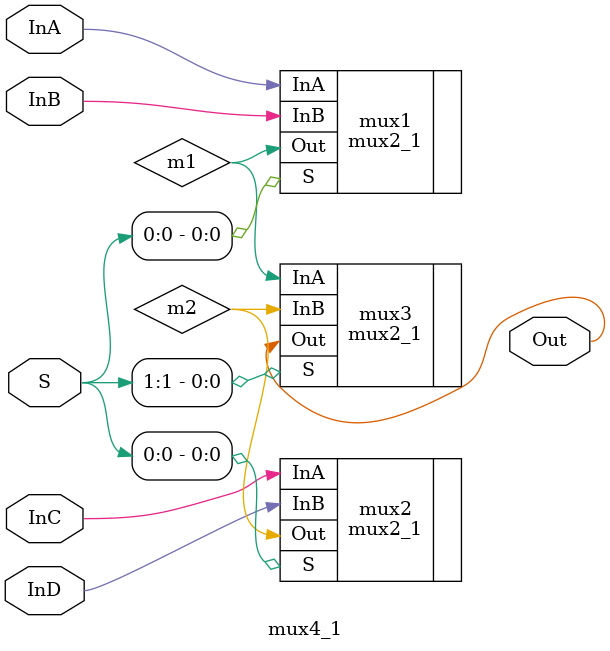
<source format=v>
module mux4_1(InA,InB,InC,InD,S,Out);

input InA,InB,InC,InD;
input [1:0] S;
output Out;

wire m1,m2;


mux2_1 mux1 (.InA(InA),.InB(InB),.S(S[0]),.Out(m1));
mux2_1 mux2 (.InA(InC),.InB(InD),.S(S[0]),.Out(m2));
mux2_1 mux3 (.InA(m1),.InB(m2),.S(S[1]),.Out(Out));

endmodule


</source>
